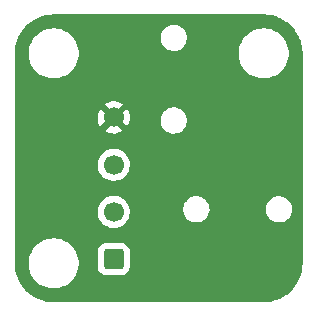
<source format=gbr>
%TF.GenerationSoftware,KiCad,Pcbnew,(6.0.8)*%
%TF.CreationDate,2022-11-26T11:36:33-06:00*%
%TF.ProjectId,connector-joint,636f6e6e-6563-4746-9f72-2d6a6f696e74,rev?*%
%TF.SameCoordinates,Original*%
%TF.FileFunction,Copper,L2,Bot*%
%TF.FilePolarity,Positive*%
%FSLAX46Y46*%
G04 Gerber Fmt 4.6, Leading zero omitted, Abs format (unit mm)*
G04 Created by KiCad (PCBNEW (6.0.8)) date 2022-11-26 11:36:33*
%MOMM*%
%LPD*%
G01*
G04 APERTURE LIST*
G04 Aperture macros list*
%AMRoundRect*
0 Rectangle with rounded corners*
0 $1 Rounding radius*
0 $2 $3 $4 $5 $6 $7 $8 $9 X,Y pos of 4 corners*
0 Add a 4 corners polygon primitive as box body*
4,1,4,$2,$3,$4,$5,$6,$7,$8,$9,$2,$3,0*
0 Add four circle primitives for the rounded corners*
1,1,$1+$1,$2,$3*
1,1,$1+$1,$4,$5*
1,1,$1+$1,$6,$7*
1,1,$1+$1,$8,$9*
0 Add four rect primitives between the rounded corners*
20,1,$1+$1,$2,$3,$4,$5,0*
20,1,$1+$1,$4,$5,$6,$7,0*
20,1,$1+$1,$6,$7,$8,$9,0*
20,1,$1+$1,$8,$9,$2,$3,0*%
G04 Aperture macros list end*
%TA.AperFunction,ComponentPad*%
%ADD10RoundRect,0.250000X0.600000X-0.600000X0.600000X0.600000X-0.600000X0.600000X-0.600000X-0.600000X0*%
%TD*%
%TA.AperFunction,ComponentPad*%
%ADD11C,1.700000*%
%TD*%
%TA.AperFunction,ViaPad*%
%ADD12C,1.200000*%
%TD*%
G04 APERTURE END LIST*
D10*
%TO.P,J2,1,Pin_1*%
%TO.N,+3V3*%
X162560000Y-112680000D03*
D11*
%TO.P,J2,2,Pin_2*%
%TO.N,Net-(J1-Pad2)*%
X162560000Y-108680000D03*
%TO.P,J2,3,Pin_3*%
%TO.N,Net-(J1-Pad3)*%
X162560000Y-104680000D03*
%TO.P,J2,4,Pin_4*%
%TO.N,GND*%
X162560000Y-100680000D03*
%TD*%
D12*
%TO.N,GND*%
X161925000Y-93980000D03*
X175895000Y-102235000D03*
%TD*%
%TA.AperFunction,Conductor*%
%TO.N,GND*%
G36*
X175230018Y-91950000D02*
G01*
X175244851Y-91952310D01*
X175244855Y-91952310D01*
X175253724Y-91953691D01*
X175272436Y-91951244D01*
X175295366Y-91950353D01*
X175598503Y-91966240D01*
X175611617Y-91967618D01*
X175939898Y-92019613D01*
X175952798Y-92022355D01*
X176273846Y-92108379D01*
X176286382Y-92112453D01*
X176557468Y-92216513D01*
X176596672Y-92231562D01*
X176608720Y-92236926D01*
X176904867Y-92387820D01*
X176916288Y-92394414D01*
X177195040Y-92575437D01*
X177205710Y-92583190D01*
X177464004Y-92792352D01*
X177473805Y-92801177D01*
X177708823Y-93036195D01*
X177717648Y-93045996D01*
X177926810Y-93304290D01*
X177934563Y-93314960D01*
X178115586Y-93593712D01*
X178122180Y-93605133D01*
X178273074Y-93901280D01*
X178278438Y-93913328D01*
X178392088Y-94209393D01*
X178397545Y-94223610D01*
X178401620Y-94236152D01*
X178460429Y-94455630D01*
X178487645Y-94557202D01*
X178490387Y-94570102D01*
X178542382Y-94898383D01*
X178543760Y-94911500D01*
X178559262Y-95207298D01*
X178557935Y-95233273D01*
X178557691Y-95234843D01*
X178557691Y-95234849D01*
X178556309Y-95243724D01*
X178557473Y-95252626D01*
X178557473Y-95252628D01*
X178560436Y-95275283D01*
X178561500Y-95291621D01*
X178561500Y-112980633D01*
X178560000Y-113000018D01*
X178557690Y-113014851D01*
X178557690Y-113014855D01*
X178556309Y-113023724D01*
X178558136Y-113037693D01*
X178558756Y-113042433D01*
X178559647Y-113065366D01*
X178543760Y-113368501D01*
X178542382Y-113381617D01*
X178490387Y-113709898D01*
X178487645Y-113722798D01*
X178482562Y-113741770D01*
X178420993Y-113971550D01*
X178401621Y-114043846D01*
X178397547Y-114056382D01*
X178293487Y-114327468D01*
X178278438Y-114366672D01*
X178273074Y-114378720D01*
X178122180Y-114674867D01*
X178115586Y-114686288D01*
X177934563Y-114965040D01*
X177926810Y-114975710D01*
X177717648Y-115234004D01*
X177708823Y-115243805D01*
X177473805Y-115478823D01*
X177464004Y-115487648D01*
X177205710Y-115696810D01*
X177195040Y-115704563D01*
X176916288Y-115885586D01*
X176904867Y-115892180D01*
X176608720Y-116043074D01*
X176596671Y-116048438D01*
X176286382Y-116167547D01*
X176273846Y-116171621D01*
X175952798Y-116257645D01*
X175939898Y-116260387D01*
X175611617Y-116312382D01*
X175598501Y-116313760D01*
X175564848Y-116315524D01*
X175302702Y-116329262D01*
X175276727Y-116327935D01*
X175275157Y-116327691D01*
X175275151Y-116327691D01*
X175266276Y-116326309D01*
X175257374Y-116327473D01*
X175257372Y-116327473D01*
X175242323Y-116329441D01*
X175234714Y-116330436D01*
X175218379Y-116331500D01*
X157529367Y-116331500D01*
X157509982Y-116330000D01*
X157495149Y-116327690D01*
X157495145Y-116327690D01*
X157486276Y-116326309D01*
X157467564Y-116328756D01*
X157444634Y-116329647D01*
X157141497Y-116313760D01*
X157128383Y-116312382D01*
X156800102Y-116260387D01*
X156787202Y-116257645D01*
X156466154Y-116171621D01*
X156453618Y-116167547D01*
X156143329Y-116048438D01*
X156131280Y-116043074D01*
X155835133Y-115892180D01*
X155823712Y-115885586D01*
X155544960Y-115704563D01*
X155534290Y-115696810D01*
X155275996Y-115487648D01*
X155266195Y-115478823D01*
X155031177Y-115243805D01*
X155022352Y-115234004D01*
X154813190Y-114975710D01*
X154805437Y-114965040D01*
X154624414Y-114686288D01*
X154617820Y-114674867D01*
X154466926Y-114378720D01*
X154461562Y-114366672D01*
X154446513Y-114327468D01*
X154342453Y-114056382D01*
X154338379Y-114043846D01*
X154319008Y-113971550D01*
X154257438Y-113741770D01*
X154252355Y-113722798D01*
X154249613Y-113709898D01*
X154197618Y-113381617D01*
X154196240Y-113368501D01*
X154185454Y-113162703D01*
X155370743Y-113162703D01*
X155408268Y-113447734D01*
X155484129Y-113725036D01*
X155485813Y-113728984D01*
X155590501Y-113974419D01*
X155596923Y-113989476D01*
X155744561Y-114236161D01*
X155924313Y-114460528D01*
X156132851Y-114658423D01*
X156366317Y-114826186D01*
X156370112Y-114828195D01*
X156370113Y-114828196D01*
X156391869Y-114839715D01*
X156620392Y-114960712D01*
X156890373Y-115059511D01*
X157171264Y-115120755D01*
X157199841Y-115123004D01*
X157394282Y-115138307D01*
X157394291Y-115138307D01*
X157396739Y-115138500D01*
X157552271Y-115138500D01*
X157554407Y-115138354D01*
X157554418Y-115138354D01*
X157762548Y-115124165D01*
X157762554Y-115124164D01*
X157766825Y-115123873D01*
X157771020Y-115123004D01*
X157771022Y-115123004D01*
X157907584Y-115094723D01*
X158048342Y-115065574D01*
X158319343Y-114969607D01*
X158574812Y-114837750D01*
X158578313Y-114835289D01*
X158578317Y-114835287D01*
X158692418Y-114755095D01*
X158810023Y-114672441D01*
X159020622Y-114476740D01*
X159202713Y-114254268D01*
X159352927Y-114009142D01*
X159409922Y-113879305D01*
X159466757Y-113749830D01*
X159468483Y-113745898D01*
X159547244Y-113469406D01*
X159567027Y-113330400D01*
X161201500Y-113330400D01*
X161201837Y-113333646D01*
X161201837Y-113333650D01*
X161211719Y-113428887D01*
X161212474Y-113436166D01*
X161268450Y-113603946D01*
X161361522Y-113754348D01*
X161486697Y-113879305D01*
X161492927Y-113883145D01*
X161492928Y-113883146D01*
X161630090Y-113967694D01*
X161637262Y-113972115D01*
X161677689Y-113985524D01*
X161798611Y-114025632D01*
X161798613Y-114025632D01*
X161805139Y-114027797D01*
X161811975Y-114028497D01*
X161811978Y-114028498D01*
X161855031Y-114032909D01*
X161909600Y-114038500D01*
X163210400Y-114038500D01*
X163213646Y-114038163D01*
X163213650Y-114038163D01*
X163309308Y-114028238D01*
X163309312Y-114028237D01*
X163316166Y-114027526D01*
X163322702Y-114025345D01*
X163322704Y-114025345D01*
X163454806Y-113981272D01*
X163483946Y-113971550D01*
X163634348Y-113878478D01*
X163759305Y-113753303D01*
X163778109Y-113722798D01*
X163848275Y-113608968D01*
X163848276Y-113608966D01*
X163852115Y-113602738D01*
X163897748Y-113465159D01*
X163905632Y-113441389D01*
X163905632Y-113441387D01*
X163907797Y-113434861D01*
X163918500Y-113330400D01*
X163918500Y-112029600D01*
X163907526Y-111923834D01*
X163851550Y-111756054D01*
X163758478Y-111605652D01*
X163633303Y-111480695D01*
X163627072Y-111476854D01*
X163488968Y-111391725D01*
X163488966Y-111391724D01*
X163482738Y-111387885D01*
X163322254Y-111334655D01*
X163321389Y-111334368D01*
X163321387Y-111334368D01*
X163314861Y-111332203D01*
X163308025Y-111331503D01*
X163308022Y-111331502D01*
X163264969Y-111327091D01*
X163210400Y-111321500D01*
X161909600Y-111321500D01*
X161906354Y-111321837D01*
X161906350Y-111321837D01*
X161810692Y-111331762D01*
X161810688Y-111331763D01*
X161803834Y-111332474D01*
X161797298Y-111334655D01*
X161797296Y-111334655D01*
X161665194Y-111378728D01*
X161636054Y-111388450D01*
X161485652Y-111481522D01*
X161360695Y-111606697D01*
X161267885Y-111757262D01*
X161212203Y-111925139D01*
X161201500Y-112029600D01*
X161201500Y-113330400D01*
X159567027Y-113330400D01*
X159587751Y-113184784D01*
X159587845Y-113166951D01*
X159589235Y-112901583D01*
X159589235Y-112901576D01*
X159589257Y-112897297D01*
X159551732Y-112612266D01*
X159475871Y-112334964D01*
X159363077Y-112070524D01*
X159215439Y-111823839D01*
X159035687Y-111599472D01*
X158907332Y-111477668D01*
X158830258Y-111404527D01*
X158830255Y-111404525D01*
X158827149Y-111401577D01*
X158593683Y-111233814D01*
X158571843Y-111222250D01*
X158548654Y-111209972D01*
X158339608Y-111099288D01*
X158069627Y-111000489D01*
X157788736Y-110939245D01*
X157757685Y-110936801D01*
X157565718Y-110921693D01*
X157565709Y-110921693D01*
X157563261Y-110921500D01*
X157407729Y-110921500D01*
X157405593Y-110921646D01*
X157405582Y-110921646D01*
X157197452Y-110935835D01*
X157197446Y-110935836D01*
X157193175Y-110936127D01*
X157188980Y-110936996D01*
X157188978Y-110936996D01*
X157052417Y-110965276D01*
X156911658Y-110994426D01*
X156640657Y-111090393D01*
X156385188Y-111222250D01*
X156381687Y-111224711D01*
X156381683Y-111224713D01*
X156371594Y-111231804D01*
X156149977Y-111387559D01*
X155939378Y-111583260D01*
X155757287Y-111805732D01*
X155607073Y-112050858D01*
X155491517Y-112314102D01*
X155412756Y-112590594D01*
X155372249Y-112875216D01*
X155372227Y-112879505D01*
X155372226Y-112879512D01*
X155371195Y-113076416D01*
X155370743Y-113162703D01*
X154185454Y-113162703D01*
X154180932Y-113076413D01*
X154182506Y-113048910D01*
X154182770Y-113047341D01*
X154183576Y-113042552D01*
X154183729Y-113030000D01*
X154179773Y-113002376D01*
X154178500Y-112984514D01*
X154178500Y-108646695D01*
X161197251Y-108646695D01*
X161197548Y-108651848D01*
X161197548Y-108651851D01*
X161203011Y-108746590D01*
X161210110Y-108869715D01*
X161211247Y-108874761D01*
X161211248Y-108874767D01*
X161222962Y-108926742D01*
X161259222Y-109087639D01*
X161343266Y-109294616D01*
X161459987Y-109485088D01*
X161606250Y-109653938D01*
X161778126Y-109796632D01*
X161971000Y-109909338D01*
X162179692Y-109989030D01*
X162184760Y-109990061D01*
X162184763Y-109990062D01*
X162292017Y-110011883D01*
X162398597Y-110033567D01*
X162403772Y-110033757D01*
X162403774Y-110033757D01*
X162616673Y-110041564D01*
X162616677Y-110041564D01*
X162621837Y-110041753D01*
X162626957Y-110041097D01*
X162626959Y-110041097D01*
X162838288Y-110014025D01*
X162838289Y-110014025D01*
X162843416Y-110013368D01*
X162848366Y-110011883D01*
X163052429Y-109950661D01*
X163052434Y-109950659D01*
X163057384Y-109949174D01*
X163257994Y-109850896D01*
X163439860Y-109721173D01*
X163598096Y-109563489D01*
X163606746Y-109551452D01*
X163725435Y-109386277D01*
X163728453Y-109382077D01*
X163753262Y-109331881D01*
X163825136Y-109186453D01*
X163825137Y-109186451D01*
X163827430Y-109181811D01*
X163877208Y-109017974D01*
X163890865Y-108973023D01*
X163890865Y-108973021D01*
X163892370Y-108968069D01*
X163921529Y-108746590D01*
X163921998Y-108727393D01*
X163923074Y-108683365D01*
X163923074Y-108683361D01*
X163923156Y-108680000D01*
X163904852Y-108457361D01*
X163891349Y-108403604D01*
X168457787Y-108403604D01*
X168467567Y-108614899D01*
X168468971Y-108620724D01*
X168468971Y-108620725D01*
X168499305Y-108746590D01*
X168517125Y-108820534D01*
X168519607Y-108825992D01*
X168519608Y-108825996D01*
X168563053Y-108921546D01*
X168604674Y-109013087D01*
X168727054Y-109185611D01*
X168879850Y-109331881D01*
X169057548Y-109446620D01*
X169063114Y-109448863D01*
X169248168Y-109523442D01*
X169248171Y-109523443D01*
X169253737Y-109525686D01*
X169461337Y-109566228D01*
X169466899Y-109566500D01*
X169622846Y-109566500D01*
X169780566Y-109551452D01*
X169983534Y-109491908D01*
X170067111Y-109448863D01*
X170166249Y-109397804D01*
X170166252Y-109397802D01*
X170171580Y-109395058D01*
X170337920Y-109264396D01*
X170341852Y-109259865D01*
X170341855Y-109259862D01*
X170472621Y-109109167D01*
X170476552Y-109104637D01*
X170479552Y-109099451D01*
X170479555Y-109099447D01*
X170579467Y-108926742D01*
X170582473Y-108921546D01*
X170651861Y-108721729D01*
X170657424Y-108683365D01*
X170681352Y-108518336D01*
X170681352Y-108518333D01*
X170682213Y-108512396D01*
X170677177Y-108403604D01*
X175457787Y-108403604D01*
X175467567Y-108614899D01*
X175468971Y-108620724D01*
X175468971Y-108620725D01*
X175499305Y-108746590D01*
X175517125Y-108820534D01*
X175519607Y-108825992D01*
X175519608Y-108825996D01*
X175563053Y-108921546D01*
X175604674Y-109013087D01*
X175727054Y-109185611D01*
X175879850Y-109331881D01*
X176057548Y-109446620D01*
X176063114Y-109448863D01*
X176248168Y-109523442D01*
X176248171Y-109523443D01*
X176253737Y-109525686D01*
X176461337Y-109566228D01*
X176466899Y-109566500D01*
X176622846Y-109566500D01*
X176780566Y-109551452D01*
X176983534Y-109491908D01*
X177067111Y-109448863D01*
X177166249Y-109397804D01*
X177166252Y-109397802D01*
X177171580Y-109395058D01*
X177337920Y-109264396D01*
X177341852Y-109259865D01*
X177341855Y-109259862D01*
X177472621Y-109109167D01*
X177476552Y-109104637D01*
X177479552Y-109099451D01*
X177479555Y-109099447D01*
X177579467Y-108926742D01*
X177582473Y-108921546D01*
X177651861Y-108721729D01*
X177657424Y-108683365D01*
X177681352Y-108518336D01*
X177681352Y-108518333D01*
X177682213Y-108512396D01*
X177672433Y-108301101D01*
X177622875Y-108095466D01*
X177597925Y-108040590D01*
X177537806Y-107908368D01*
X177535326Y-107902913D01*
X177412946Y-107730389D01*
X177260150Y-107584119D01*
X177082452Y-107469380D01*
X177001208Y-107436638D01*
X176891832Y-107392558D01*
X176891829Y-107392557D01*
X176886263Y-107390314D01*
X176678663Y-107349772D01*
X176673101Y-107349500D01*
X176517154Y-107349500D01*
X176359434Y-107364548D01*
X176156466Y-107424092D01*
X176151139Y-107426836D01*
X176151138Y-107426836D01*
X175973751Y-107518196D01*
X175973748Y-107518198D01*
X175968420Y-107520942D01*
X175802080Y-107651604D01*
X175798148Y-107656135D01*
X175798145Y-107656138D01*
X175729474Y-107735275D01*
X175663448Y-107811363D01*
X175660448Y-107816549D01*
X175660445Y-107816553D01*
X175639582Y-107852617D01*
X175557527Y-107994454D01*
X175488139Y-108194271D01*
X175457787Y-108403604D01*
X170677177Y-108403604D01*
X170672433Y-108301101D01*
X170622875Y-108095466D01*
X170597925Y-108040590D01*
X170537806Y-107908368D01*
X170535326Y-107902913D01*
X170412946Y-107730389D01*
X170260150Y-107584119D01*
X170082452Y-107469380D01*
X170001208Y-107436638D01*
X169891832Y-107392558D01*
X169891829Y-107392557D01*
X169886263Y-107390314D01*
X169678663Y-107349772D01*
X169673101Y-107349500D01*
X169517154Y-107349500D01*
X169359434Y-107364548D01*
X169156466Y-107424092D01*
X169151139Y-107426836D01*
X169151138Y-107426836D01*
X168973751Y-107518196D01*
X168973748Y-107518198D01*
X168968420Y-107520942D01*
X168802080Y-107651604D01*
X168798148Y-107656135D01*
X168798145Y-107656138D01*
X168729474Y-107735275D01*
X168663448Y-107811363D01*
X168660448Y-107816549D01*
X168660445Y-107816553D01*
X168639582Y-107852617D01*
X168557527Y-107994454D01*
X168488139Y-108194271D01*
X168457787Y-108403604D01*
X163891349Y-108403604D01*
X163850431Y-108240702D01*
X163761354Y-108035840D01*
X163640014Y-107848277D01*
X163489670Y-107683051D01*
X163485619Y-107679852D01*
X163485615Y-107679848D01*
X163318414Y-107547800D01*
X163318410Y-107547798D01*
X163314359Y-107544598D01*
X163118789Y-107436638D01*
X163113920Y-107434914D01*
X163113916Y-107434912D01*
X162913087Y-107363795D01*
X162913083Y-107363794D01*
X162908212Y-107362069D01*
X162903119Y-107361162D01*
X162903116Y-107361161D01*
X162693373Y-107323800D01*
X162693367Y-107323799D01*
X162688284Y-107322894D01*
X162614452Y-107321992D01*
X162470081Y-107320228D01*
X162470079Y-107320228D01*
X162464911Y-107320165D01*
X162244091Y-107353955D01*
X162031756Y-107423357D01*
X161833607Y-107526507D01*
X161829474Y-107529610D01*
X161829471Y-107529612D01*
X161751354Y-107588264D01*
X161654965Y-107660635D01*
X161500629Y-107822138D01*
X161374743Y-108006680D01*
X161333530Y-108095466D01*
X161284911Y-108200208D01*
X161280688Y-108209305D01*
X161220989Y-108424570D01*
X161197251Y-108646695D01*
X154178500Y-108646695D01*
X154178500Y-104646695D01*
X161197251Y-104646695D01*
X161197548Y-104651848D01*
X161197548Y-104651851D01*
X161203011Y-104746590D01*
X161210110Y-104869715D01*
X161211247Y-104874761D01*
X161211248Y-104874767D01*
X161231119Y-104962939D01*
X161259222Y-105087639D01*
X161343266Y-105294616D01*
X161459987Y-105485088D01*
X161606250Y-105653938D01*
X161778126Y-105796632D01*
X161971000Y-105909338D01*
X162179692Y-105989030D01*
X162184760Y-105990061D01*
X162184763Y-105990062D01*
X162292017Y-106011883D01*
X162398597Y-106033567D01*
X162403772Y-106033757D01*
X162403774Y-106033757D01*
X162616673Y-106041564D01*
X162616677Y-106041564D01*
X162621837Y-106041753D01*
X162626957Y-106041097D01*
X162626959Y-106041097D01*
X162838288Y-106014025D01*
X162838289Y-106014025D01*
X162843416Y-106013368D01*
X162848366Y-106011883D01*
X163052429Y-105950661D01*
X163052434Y-105950659D01*
X163057384Y-105949174D01*
X163257994Y-105850896D01*
X163439860Y-105721173D01*
X163598096Y-105563489D01*
X163657594Y-105480689D01*
X163725435Y-105386277D01*
X163728453Y-105382077D01*
X163827430Y-105181811D01*
X163892370Y-104968069D01*
X163921529Y-104746590D01*
X163923156Y-104680000D01*
X163904852Y-104457361D01*
X163850431Y-104240702D01*
X163761354Y-104035840D01*
X163640014Y-103848277D01*
X163489670Y-103683051D01*
X163485619Y-103679852D01*
X163485615Y-103679848D01*
X163318414Y-103547800D01*
X163318410Y-103547798D01*
X163314359Y-103544598D01*
X163118789Y-103436638D01*
X163113920Y-103434914D01*
X163113916Y-103434912D01*
X162913087Y-103363795D01*
X162913083Y-103363794D01*
X162908212Y-103362069D01*
X162903119Y-103361162D01*
X162903116Y-103361161D01*
X162693373Y-103323800D01*
X162693367Y-103323799D01*
X162688284Y-103322894D01*
X162614452Y-103321992D01*
X162470081Y-103320228D01*
X162470079Y-103320228D01*
X162464911Y-103320165D01*
X162244091Y-103353955D01*
X162031756Y-103423357D01*
X161833607Y-103526507D01*
X161829474Y-103529610D01*
X161829471Y-103529612D01*
X161805247Y-103547800D01*
X161654965Y-103660635D01*
X161500629Y-103822138D01*
X161374743Y-104006680D01*
X161280688Y-104209305D01*
X161220989Y-104424570D01*
X161197251Y-104646695D01*
X154178500Y-104646695D01*
X154178500Y-101804853D01*
X161799977Y-101804853D01*
X161805258Y-101811907D01*
X161966756Y-101906279D01*
X161976042Y-101910729D01*
X162175001Y-101986703D01*
X162184899Y-101989579D01*
X162393595Y-102032038D01*
X162403823Y-102033257D01*
X162616650Y-102041062D01*
X162626936Y-102040595D01*
X162838185Y-102013534D01*
X162848262Y-102011392D01*
X163052255Y-101950191D01*
X163061842Y-101946433D01*
X163253098Y-101852738D01*
X163261944Y-101847465D01*
X163309247Y-101813723D01*
X163317648Y-101803023D01*
X163310660Y-101789870D01*
X162572812Y-101052022D01*
X162558868Y-101044408D01*
X162557035Y-101044539D01*
X162550420Y-101048790D01*
X161806737Y-101792473D01*
X161799977Y-101804853D01*
X154178500Y-101804853D01*
X154178500Y-100651863D01*
X161198050Y-100651863D01*
X161210309Y-100864477D01*
X161211745Y-100874697D01*
X161258565Y-101082446D01*
X161261645Y-101092275D01*
X161341770Y-101289603D01*
X161346413Y-101298794D01*
X161426460Y-101429420D01*
X161436916Y-101438880D01*
X161445694Y-101435096D01*
X162187978Y-100692812D01*
X162194356Y-100681132D01*
X162924408Y-100681132D01*
X162924539Y-100682965D01*
X162928790Y-100689580D01*
X163670474Y-101431264D01*
X163682484Y-101437823D01*
X163694223Y-101428855D01*
X163725004Y-101386019D01*
X163730315Y-101377180D01*
X163824670Y-101186267D01*
X163828469Y-101176672D01*
X163890376Y-100972915D01*
X163892555Y-100962834D01*
X163902723Y-100885604D01*
X166527787Y-100885604D01*
X166537567Y-101096899D01*
X166538971Y-101102724D01*
X166538971Y-101102725D01*
X166584009Y-101289603D01*
X166587125Y-101302534D01*
X166589607Y-101307992D01*
X166589608Y-101307996D01*
X166633053Y-101403546D01*
X166674674Y-101495087D01*
X166797054Y-101667611D01*
X166949850Y-101813881D01*
X167127548Y-101928620D01*
X167133114Y-101930863D01*
X167318168Y-102005442D01*
X167318171Y-102005443D01*
X167323737Y-102007686D01*
X167531337Y-102048228D01*
X167536899Y-102048500D01*
X167692846Y-102048500D01*
X167850566Y-102033452D01*
X168053534Y-101973908D01*
X168058862Y-101971164D01*
X168236249Y-101879804D01*
X168236252Y-101879802D01*
X168241580Y-101877058D01*
X168407920Y-101746396D01*
X168411852Y-101741865D01*
X168411855Y-101741862D01*
X168542621Y-101591167D01*
X168546552Y-101586637D01*
X168549552Y-101581451D01*
X168549555Y-101581447D01*
X168649467Y-101408742D01*
X168652473Y-101403546D01*
X168721861Y-101203729D01*
X168738219Y-101090909D01*
X168751352Y-101000336D01*
X168751352Y-101000333D01*
X168752213Y-100994396D01*
X168742433Y-100783101D01*
X168692875Y-100577466D01*
X168649525Y-100482122D01*
X168607806Y-100390368D01*
X168605326Y-100384913D01*
X168482946Y-100212389D01*
X168330150Y-100066119D01*
X168152452Y-99951380D01*
X168079538Y-99921995D01*
X167961832Y-99874558D01*
X167961829Y-99874557D01*
X167956263Y-99872314D01*
X167748663Y-99831772D01*
X167743101Y-99831500D01*
X167587154Y-99831500D01*
X167429434Y-99846548D01*
X167226466Y-99906092D01*
X167221139Y-99908836D01*
X167221138Y-99908836D01*
X167043751Y-100000196D01*
X167043748Y-100000198D01*
X167038420Y-100002942D01*
X166872080Y-100133604D01*
X166868148Y-100138135D01*
X166868145Y-100138138D01*
X166774656Y-100245875D01*
X166733448Y-100293363D01*
X166730448Y-100298549D01*
X166730445Y-100298553D01*
X166724993Y-100307978D01*
X166627527Y-100476454D01*
X166558139Y-100676271D01*
X166557278Y-100682206D01*
X166557278Y-100682208D01*
X166555741Y-100692812D01*
X166527787Y-100885604D01*
X163902723Y-100885604D01*
X163920590Y-100749887D01*
X163921109Y-100743212D01*
X163922572Y-100683364D01*
X163922378Y-100676646D01*
X163904781Y-100462604D01*
X163903096Y-100452424D01*
X163851214Y-100245875D01*
X163847894Y-100236124D01*
X163762972Y-100040814D01*
X163758105Y-100031739D01*
X163693063Y-99931197D01*
X163682377Y-99921995D01*
X163672812Y-99926398D01*
X162932022Y-100667188D01*
X162924408Y-100681132D01*
X162194356Y-100681132D01*
X162195592Y-100678868D01*
X162195461Y-100677035D01*
X162191210Y-100670420D01*
X161449849Y-99929059D01*
X161438313Y-99922759D01*
X161426031Y-99932382D01*
X161378089Y-100002662D01*
X161373004Y-100011613D01*
X161283338Y-100204783D01*
X161279775Y-100214470D01*
X161222864Y-100419681D01*
X161220933Y-100429800D01*
X161198302Y-100641574D01*
X161198050Y-100651863D01*
X154178500Y-100651863D01*
X154178500Y-99556427D01*
X161801223Y-99556427D01*
X161807968Y-99568758D01*
X162547188Y-100307978D01*
X162561132Y-100315592D01*
X162562965Y-100315461D01*
X162569580Y-100311210D01*
X163313389Y-99567401D01*
X163320410Y-99554544D01*
X163313611Y-99545213D01*
X163309554Y-99542518D01*
X163123117Y-99439599D01*
X163113705Y-99435369D01*
X162912959Y-99364280D01*
X162902989Y-99361646D01*
X162693327Y-99324301D01*
X162683073Y-99323331D01*
X162470116Y-99320728D01*
X162459832Y-99321448D01*
X162249321Y-99353661D01*
X162239293Y-99356050D01*
X162036868Y-99422212D01*
X162027359Y-99426209D01*
X161838466Y-99524540D01*
X161829734Y-99530039D01*
X161809677Y-99545099D01*
X161801223Y-99556427D01*
X154178500Y-99556427D01*
X154178500Y-95382703D01*
X155370743Y-95382703D01*
X155408268Y-95667734D01*
X155484129Y-95945036D01*
X155596923Y-96209476D01*
X155744561Y-96456161D01*
X155924313Y-96680528D01*
X156132851Y-96878423D01*
X156366317Y-97046186D01*
X156370112Y-97048195D01*
X156370113Y-97048196D01*
X156391869Y-97059715D01*
X156620392Y-97180712D01*
X156890373Y-97279511D01*
X157171264Y-97340755D01*
X157199841Y-97343004D01*
X157394282Y-97358307D01*
X157394291Y-97358307D01*
X157396739Y-97358500D01*
X157552271Y-97358500D01*
X157554407Y-97358354D01*
X157554418Y-97358354D01*
X157762548Y-97344165D01*
X157762554Y-97344164D01*
X157766825Y-97343873D01*
X157771020Y-97343004D01*
X157771022Y-97343004D01*
X157907584Y-97314723D01*
X158048342Y-97285574D01*
X158319343Y-97189607D01*
X158574812Y-97057750D01*
X158578313Y-97055289D01*
X158578317Y-97055287D01*
X158692418Y-96975095D01*
X158810023Y-96892441D01*
X159020622Y-96696740D01*
X159202713Y-96474268D01*
X159352927Y-96229142D01*
X159468483Y-95965898D01*
X159547244Y-95689406D01*
X159587751Y-95404784D01*
X159587845Y-95386951D01*
X159587867Y-95382703D01*
X173150743Y-95382703D01*
X173188268Y-95667734D01*
X173264129Y-95945036D01*
X173376923Y-96209476D01*
X173524561Y-96456161D01*
X173704313Y-96680528D01*
X173912851Y-96878423D01*
X174146317Y-97046186D01*
X174150112Y-97048195D01*
X174150113Y-97048196D01*
X174171869Y-97059715D01*
X174400392Y-97180712D01*
X174670373Y-97279511D01*
X174951264Y-97340755D01*
X174979841Y-97343004D01*
X175174282Y-97358307D01*
X175174291Y-97358307D01*
X175176739Y-97358500D01*
X175332271Y-97358500D01*
X175334407Y-97358354D01*
X175334418Y-97358354D01*
X175542548Y-97344165D01*
X175542554Y-97344164D01*
X175546825Y-97343873D01*
X175551020Y-97343004D01*
X175551022Y-97343004D01*
X175687584Y-97314723D01*
X175828342Y-97285574D01*
X176099343Y-97189607D01*
X176354812Y-97057750D01*
X176358313Y-97055289D01*
X176358317Y-97055287D01*
X176472418Y-96975095D01*
X176590023Y-96892441D01*
X176800622Y-96696740D01*
X176982713Y-96474268D01*
X177132927Y-96229142D01*
X177248483Y-95965898D01*
X177327244Y-95689406D01*
X177367751Y-95404784D01*
X177367845Y-95386951D01*
X177369235Y-95121583D01*
X177369235Y-95121576D01*
X177369257Y-95117297D01*
X177331732Y-94832266D01*
X177326703Y-94813881D01*
X177265775Y-94591167D01*
X177255871Y-94554964D01*
X177188868Y-94397878D01*
X177144763Y-94294476D01*
X177144761Y-94294472D01*
X177143077Y-94290524D01*
X176995439Y-94043839D01*
X176815687Y-93819472D01*
X176607149Y-93621577D01*
X176373683Y-93453814D01*
X176351843Y-93442250D01*
X176328654Y-93429972D01*
X176119608Y-93319288D01*
X175849627Y-93220489D01*
X175568736Y-93159245D01*
X175537685Y-93156801D01*
X175345718Y-93141693D01*
X175345709Y-93141693D01*
X175343261Y-93141500D01*
X175187729Y-93141500D01*
X175185593Y-93141646D01*
X175185582Y-93141646D01*
X174977452Y-93155835D01*
X174977446Y-93155836D01*
X174973175Y-93156127D01*
X174968980Y-93156996D01*
X174968978Y-93156996D01*
X174832416Y-93185277D01*
X174691658Y-93214426D01*
X174420657Y-93310393D01*
X174165188Y-93442250D01*
X174161687Y-93444711D01*
X174161683Y-93444713D01*
X174108456Y-93482122D01*
X173929977Y-93607559D01*
X173914892Y-93621577D01*
X173734626Y-93789091D01*
X173719378Y-93803260D01*
X173537287Y-94025732D01*
X173387073Y-94270858D01*
X173385347Y-94274791D01*
X173385346Y-94274792D01*
X173331315Y-94397878D01*
X173271517Y-94534102D01*
X173192756Y-94810594D01*
X173152249Y-95095216D01*
X173152227Y-95099505D01*
X173152226Y-95099512D01*
X173151263Y-95283420D01*
X173150743Y-95382703D01*
X159587867Y-95382703D01*
X159589235Y-95121583D01*
X159589235Y-95121576D01*
X159589257Y-95117297D01*
X159551732Y-94832266D01*
X159546703Y-94813881D01*
X159485775Y-94591167D01*
X159475871Y-94554964D01*
X159408868Y-94397878D01*
X159364763Y-94294476D01*
X159364761Y-94294472D01*
X159363077Y-94290524D01*
X159215439Y-94043839D01*
X159088669Y-93885604D01*
X166527787Y-93885604D01*
X166537567Y-94096899D01*
X166538971Y-94102724D01*
X166538971Y-94102725D01*
X166584231Y-94290524D01*
X166587125Y-94302534D01*
X166589607Y-94307992D01*
X166589608Y-94307996D01*
X166633053Y-94403546D01*
X166674674Y-94495087D01*
X166797054Y-94667611D01*
X166949850Y-94813881D01*
X167127548Y-94928620D01*
X167133114Y-94930863D01*
X167318168Y-95005442D01*
X167318171Y-95005443D01*
X167323737Y-95007686D01*
X167531337Y-95048228D01*
X167536899Y-95048500D01*
X167692846Y-95048500D01*
X167850566Y-95033452D01*
X168053534Y-94973908D01*
X168137111Y-94930863D01*
X168236249Y-94879804D01*
X168236252Y-94879802D01*
X168241580Y-94877058D01*
X168407920Y-94746396D01*
X168411852Y-94741865D01*
X168411855Y-94741862D01*
X168542621Y-94591167D01*
X168546552Y-94586637D01*
X168549552Y-94581451D01*
X168549555Y-94581447D01*
X168649467Y-94408742D01*
X168652473Y-94403546D01*
X168721861Y-94203729D01*
X168745044Y-94043839D01*
X168751352Y-94000336D01*
X168751352Y-94000333D01*
X168752213Y-93994396D01*
X168742433Y-93783101D01*
X168700831Y-93610478D01*
X168694281Y-93583299D01*
X168694280Y-93583297D01*
X168692875Y-93577466D01*
X168649525Y-93482122D01*
X168607806Y-93390368D01*
X168605326Y-93384913D01*
X168482946Y-93212389D01*
X168330150Y-93066119D01*
X168152452Y-92951380D01*
X168092354Y-92927160D01*
X167961832Y-92874558D01*
X167961829Y-92874557D01*
X167956263Y-92872314D01*
X167748663Y-92831772D01*
X167743101Y-92831500D01*
X167587154Y-92831500D01*
X167429434Y-92846548D01*
X167226466Y-92906092D01*
X167221139Y-92908836D01*
X167221138Y-92908836D01*
X167043751Y-93000196D01*
X167043748Y-93000198D01*
X167038420Y-93002942D01*
X166872080Y-93133604D01*
X166868148Y-93138135D01*
X166868145Y-93138138D01*
X166802700Y-93213557D01*
X166733448Y-93293363D01*
X166730448Y-93298549D01*
X166730445Y-93298553D01*
X166645890Y-93444713D01*
X166627527Y-93476454D01*
X166558139Y-93676271D01*
X166557278Y-93682206D01*
X166557278Y-93682208D01*
X166537376Y-93819472D01*
X166527787Y-93885604D01*
X159088669Y-93885604D01*
X159035687Y-93819472D01*
X158827149Y-93621577D01*
X158593683Y-93453814D01*
X158571843Y-93442250D01*
X158548654Y-93429972D01*
X158339608Y-93319288D01*
X158069627Y-93220489D01*
X157788736Y-93159245D01*
X157757685Y-93156801D01*
X157565718Y-93141693D01*
X157565709Y-93141693D01*
X157563261Y-93141500D01*
X157407729Y-93141500D01*
X157405593Y-93141646D01*
X157405582Y-93141646D01*
X157197452Y-93155835D01*
X157197446Y-93155836D01*
X157193175Y-93156127D01*
X157188980Y-93156996D01*
X157188978Y-93156996D01*
X157052416Y-93185277D01*
X156911658Y-93214426D01*
X156640657Y-93310393D01*
X156385188Y-93442250D01*
X156381687Y-93444711D01*
X156381683Y-93444713D01*
X156328456Y-93482122D01*
X156149977Y-93607559D01*
X156134892Y-93621577D01*
X155954626Y-93789091D01*
X155939378Y-93803260D01*
X155757287Y-94025732D01*
X155607073Y-94270858D01*
X155605347Y-94274791D01*
X155605346Y-94274792D01*
X155551315Y-94397878D01*
X155491517Y-94534102D01*
X155412756Y-94810594D01*
X155372249Y-95095216D01*
X155372227Y-95099505D01*
X155372226Y-95099512D01*
X155371263Y-95283420D01*
X155370743Y-95382703D01*
X154178500Y-95382703D01*
X154178500Y-95303250D01*
X154180246Y-95282345D01*
X154182770Y-95267344D01*
X154182770Y-95267341D01*
X154183576Y-95262552D01*
X154183729Y-95250000D01*
X154183039Y-95245180D01*
X154181644Y-95235437D01*
X154180545Y-95210983D01*
X154196240Y-94911500D01*
X154197618Y-94898383D01*
X154249613Y-94570102D01*
X154252355Y-94557202D01*
X154279571Y-94455630D01*
X154338380Y-94236152D01*
X154342455Y-94223610D01*
X154347913Y-94209393D01*
X154461562Y-93913328D01*
X154466926Y-93901280D01*
X154617820Y-93605133D01*
X154624414Y-93593712D01*
X154805437Y-93314960D01*
X154813190Y-93304290D01*
X155022352Y-93045996D01*
X155031177Y-93036195D01*
X155266195Y-92801177D01*
X155275996Y-92792352D01*
X155534290Y-92583190D01*
X155544960Y-92575437D01*
X155823712Y-92394414D01*
X155835133Y-92387820D01*
X156131280Y-92236926D01*
X156143328Y-92231562D01*
X156182532Y-92216513D01*
X156453618Y-92112453D01*
X156466154Y-92108379D01*
X156787202Y-92022355D01*
X156800102Y-92019613D01*
X157128383Y-91967618D01*
X157141499Y-91966240D01*
X157175152Y-91964476D01*
X157437298Y-91950738D01*
X157463273Y-91952065D01*
X157464843Y-91952309D01*
X157464849Y-91952309D01*
X157473724Y-91953691D01*
X157482626Y-91952527D01*
X157482628Y-91952527D01*
X157497677Y-91950559D01*
X157505286Y-91949564D01*
X157521621Y-91948500D01*
X175210633Y-91948500D01*
X175230018Y-91950000D01*
G37*
%TD.AperFunction*%
%TD*%
M02*

</source>
